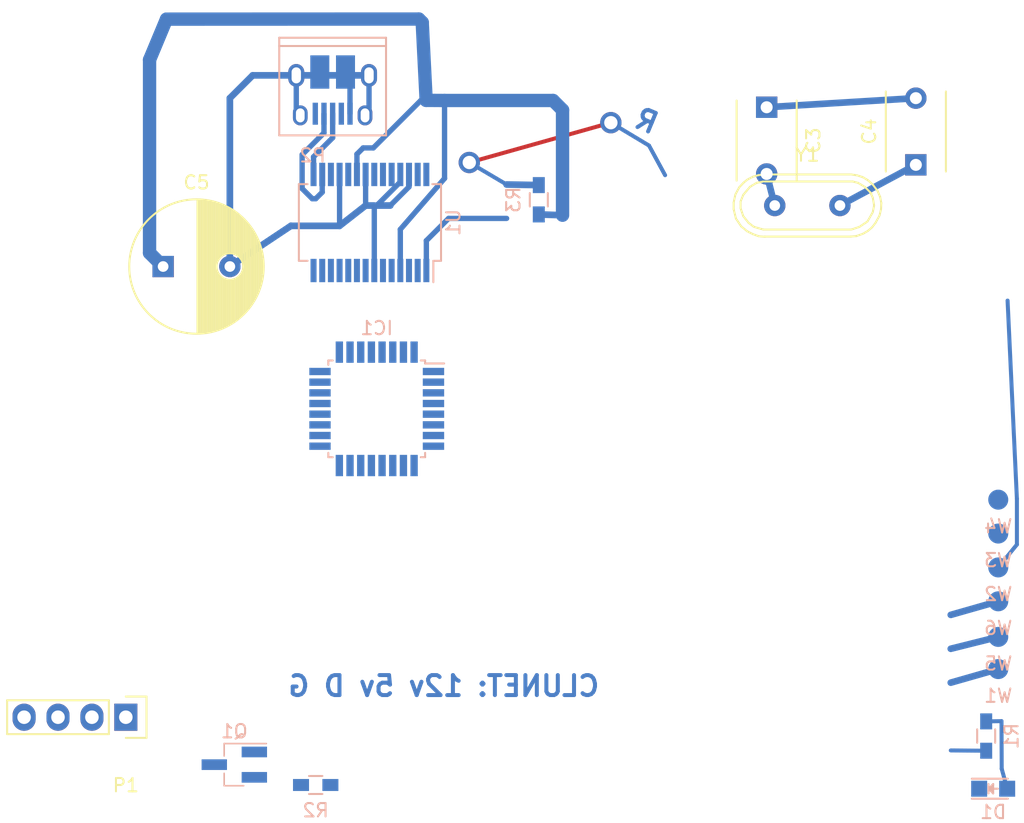
<source format=kicad_pcb>
(kicad_pcb (version 4) (host pcbnew 4.0.5+dfsg1-4)

  (general
    (links 48)
    (no_connects 28)
    (area 0 0 0 0)
    (thickness 1.6)
    (drawings 2)
    (tracks 76)
    (zones 0)
    (modules 19)
    (nets 51)
  )

  (page A4 portrait)
  (layers
    (0 F.Cu signal)
    (31 B.Cu signal)
    (32 B.Adhes user)
    (33 F.Adhes user)
    (34 B.Paste user)
    (35 F.Paste user)
    (36 B.SilkS user)
    (37 F.SilkS user)
    (38 B.Mask user)
    (39 F.Mask user)
    (40 Dwgs.User user)
    (41 Cmts.User user)
    (42 Eco1.User user)
    (43 Eco2.User user)
    (44 Edge.Cuts user)
    (45 Margin user)
    (46 B.CrtYd user)
    (47 F.CrtYd user)
    (48 B.Fab user)
    (49 F.Fab user)
  )

  (setup
    (last_trace_width 0.5)
    (user_trace_width 0.3)
    (user_trace_width 0.4)
    (user_trace_width 0.5)
    (user_trace_width 1)
    (trace_clearance 0.16)
    (zone_clearance 0.508)
    (zone_45_only no)
    (trace_min 0.3)
    (segment_width 0.2)
    (edge_width 0.1)
    (via_size 1.6)
    (via_drill 1)
    (via_min_size 1.6)
    (via_min_drill 1)
    (uvia_size 0.3)
    (uvia_drill 0.1)
    (uvias_allowed no)
    (uvia_min_size 0.2)
    (uvia_min_drill 0.1)
    (pcb_text_width 0.3)
    (pcb_text_size 1.5 1.5)
    (mod_edge_width 0.15)
    (mod_text_size 1 1)
    (mod_text_width 0.15)
    (pad_size 1.6 1.6)
    (pad_drill 0.8001)
    (pad_to_mask_clearance 0)
    (aux_axis_origin 0 0)
    (visible_elements FFFFFF7F)
    (pcbplotparams
      (layerselection 0x00030_80000001)
      (usegerberextensions false)
      (excludeedgelayer true)
      (linewidth 0.100000)
      (plotframeref false)
      (viasonmask false)
      (mode 1)
      (useauxorigin false)
      (hpglpennumber 1)
      (hpglpenspeed 20)
      (hpglpendiameter 15)
      (hpglpenoverlay 2)
      (psnegative false)
      (psa4output false)
      (plotreference true)
      (plotvalue true)
      (plotinvisibletext false)
      (padsonsilk false)
      (subtractmaskfromsilk false)
      (outputformat 1)
      (mirror false)
      (drillshape 1)
      (scaleselection 1)
      (outputdirectory ""))
  )

  (net 0 "")
  (net 1 GND)
  (net 2 VCC)
  (net 3 "Net-(IC1-Pad1)")
  (net 4 UART_RX)
  (net 5 UART_TX)
  (net 6 "Net-(IC1-Pad11)")
  (net 7 "Net-(IC1-Pad12)")
  (net 8 "Net-(IC1-Pad13)")
  (net 9 "Net-(IC1-Pad14)")
  (net 10 "Net-(IC1-Pad15)")
  (net 11 "Net-(IC1-Pad16)")
  (net 12 "Net-(IC1-Pad17)")
  (net 13 "Net-(IC1-Pad18)")
  (net 14 "Net-(IC1-Pad19)")
  (net 15 "Net-(IC1-Pad20)")
  (net 16 "Net-(IC1-Pad22)")
  (net 17 "Net-(IC1-Pad23)")
  (net 18 "Net-(IC1-Pad24)")
  (net 19 "Net-(IC1-Pad25)")
  (net 20 "Net-(IC1-Pad26)")
  (net 21 "Net-(IC1-Pad27)")
  (net 22 "Net-(IC1-Pad28)")
  (net 23 "Net-(P1-Pad1)")
  (net 24 "Net-(Q1-Pad1)")
  (net 25 "Net-(D1-Pad2)")
  (net 26 "Net-(P2-Pad2)")
  (net 27 "Net-(P2-Pad3)")
  (net 28 "Net-(P2-Pad4)")
  (net 29 "Net-(U1-Pad2)")
  (net 30 "Net-(U1-Pad3)")
  (net 31 "Net-(U1-Pad6)")
  (net 32 "Net-(U1-Pad9)")
  (net 33 "Net-(U1-Pad10)")
  (net 34 "Net-(U1-Pad11)")
  (net 35 "Net-(U1-Pad12)")
  (net 36 "Net-(U1-Pad13)")
  (net 37 "Net-(U1-Pad14)")
  (net 38 "Net-(U1-Pad17)")
  (net 39 "Net-(U1-Pad19)")
  (net 40 "Net-(U1-Pad22)")
  (net 41 "Net-(U1-Pad23)")
  (net 42 "Net-(U1-Pad27)")
  (net 43 "Net-(U1-Pad28)")
  (net 44 "Net-(IC1-Pad9)")
  (net 45 "Net-(IC1-Pad10)")
  (net 46 /Reset)
  (net 47 /Clunet_OUT)
  (net 48 /Clunet_IN)
  (net 49 /xtal1)
  (net 50 /xtal2)

  (net_class Default "Это класс цепей по умолчанию."
    (clearance 0.16)
    (trace_width 0.5)
    (via_dia 1.6)
    (via_drill 1)
    (uvia_dia 0.3)
    (uvia_drill 0.1)
    (add_net /Clunet_IN)
    (add_net /Clunet_OUT)
    (add_net /Reset)
    (add_net /xtal1)
    (add_net /xtal2)
    (add_net GND)
    (add_net "Net-(D1-Pad2)")
    (add_net "Net-(IC1-Pad1)")
    (add_net "Net-(IC1-Pad10)")
    (add_net "Net-(IC1-Pad11)")
    (add_net "Net-(IC1-Pad12)")
    (add_net "Net-(IC1-Pad13)")
    (add_net "Net-(IC1-Pad14)")
    (add_net "Net-(IC1-Pad15)")
    (add_net "Net-(IC1-Pad16)")
    (add_net "Net-(IC1-Pad17)")
    (add_net "Net-(IC1-Pad18)")
    (add_net "Net-(IC1-Pad19)")
    (add_net "Net-(IC1-Pad20)")
    (add_net "Net-(IC1-Pad22)")
    (add_net "Net-(IC1-Pad23)")
    (add_net "Net-(IC1-Pad24)")
    (add_net "Net-(IC1-Pad25)")
    (add_net "Net-(IC1-Pad26)")
    (add_net "Net-(IC1-Pad27)")
    (add_net "Net-(IC1-Pad28)")
    (add_net "Net-(IC1-Pad9)")
    (add_net "Net-(P1-Pad1)")
    (add_net "Net-(P2-Pad2)")
    (add_net "Net-(P2-Pad3)")
    (add_net "Net-(P2-Pad4)")
    (add_net "Net-(Q1-Pad1)")
    (add_net "Net-(U1-Pad10)")
    (add_net "Net-(U1-Pad11)")
    (add_net "Net-(U1-Pad12)")
    (add_net "Net-(U1-Pad13)")
    (add_net "Net-(U1-Pad14)")
    (add_net "Net-(U1-Pad17)")
    (add_net "Net-(U1-Pad19)")
    (add_net "Net-(U1-Pad2)")
    (add_net "Net-(U1-Pad22)")
    (add_net "Net-(U1-Pad23)")
    (add_net "Net-(U1-Pad27)")
    (add_net "Net-(U1-Pad28)")
    (add_net "Net-(U1-Pad3)")
    (add_net "Net-(U1-Pad6)")
    (add_net "Net-(U1-Pad9)")
    (add_net UART_RX)
    (add_net UART_TX)
    (add_net VCC)
  )

  (net_class Test ""
    (clearance 0.3)
    (trace_width 0.3)
    (via_dia 1.6)
    (via_drill 1)
    (uvia_dia 0.3)
    (uvia_drill 0.1)
  )

  (module TO_SOT_Packages_SMD:SOT-23_Handsoldering (layer B.Cu) (tedit 583F3954) (tstamp 5A579E2A)
    (at 94.742 75.692 180)
    (descr "SOT-23, Handsoldering")
    (tags SOT-23)
    (path /59B00263)
    (attr smd)
    (fp_text reference Q1 (at 0 2.5 180) (layer B.SilkS)
      (effects (font (size 1 1) (thickness 0.15)) (justify mirror))
    )
    (fp_text value BC849 (at 0 -2.5 180) (layer B.Fab)
      (effects (font (size 1 1) (thickness 0.15)) (justify mirror))
    )
    (fp_line (start 0.76 -1.58) (end 0.76 -0.65) (layer B.SilkS) (width 0.12))
    (fp_line (start 0.76 1.58) (end 0.76 0.65) (layer B.SilkS) (width 0.12))
    (fp_line (start 0.7 1.52) (end 0.7 -1.52) (layer B.Fab) (width 0.15))
    (fp_line (start -0.7 -1.52) (end 0.7 -1.52) (layer B.Fab) (width 0.15))
    (fp_line (start -2.7 1.75) (end 2.7 1.75) (layer B.CrtYd) (width 0.05))
    (fp_line (start 2.7 1.75) (end 2.7 -1.75) (layer B.CrtYd) (width 0.05))
    (fp_line (start 2.7 -1.75) (end -2.7 -1.75) (layer B.CrtYd) (width 0.05))
    (fp_line (start -2.7 -1.75) (end -2.7 1.75) (layer B.CrtYd) (width 0.05))
    (fp_line (start 0.76 1.58) (end -2.4 1.58) (layer B.SilkS) (width 0.12))
    (fp_line (start -0.7 1.52) (end 0.7 1.52) (layer B.Fab) (width 0.15))
    (fp_line (start -0.7 1.52) (end -0.7 -1.52) (layer B.Fab) (width 0.15))
    (fp_line (start 0.76 -1.58) (end -0.7 -1.58) (layer B.SilkS) (width 0.12))
    (pad 1 smd rect (at -1.5 0.95 180) (size 1.9 0.8) (layers B.Cu B.Paste B.Mask)
      (net 24 "Net-(Q1-Pad1)"))
    (pad 2 smd rect (at -1.5 -0.95 180) (size 1.9 0.8) (layers B.Cu B.Paste B.Mask)
      (net 1 GND))
    (pad 3 smd rect (at 1.5 0 180) (size 1.9 0.8) (layers B.Cu B.Paste B.Mask)
      (net 48 /Clunet_IN))
    (model TO_SOT_Packages_SMD.3dshapes/SOT-23.wrl
      (at (xyz 0 0 0))
      (scale (xyz 1 1 1))
      (rotate (xyz 0 0 90))
    )
  )

  (module Capacitors_THT:C_Disc_D6_P5 (layer F.Cu) (tedit 5A62EE0E) (tstamp 5A579D7F)
    (at 134.62 26.416 270)
    (descr "Capacitor 6mm Disc, Pitch 5mm")
    (tags Capacitor)
    (path /59B02A4C)
    (fp_text reference C3 (at 2.5 -3.5 270) (layer F.SilkS)
      (effects (font (size 1 1) (thickness 0.15)))
    )
    (fp_text value C (at 2.5 3.5 270) (layer F.Fab)
      (effects (font (size 1 1) (thickness 0.15)))
    )
    (fp_line (start -0.95 -2.5) (end 5.95 -2.5) (layer F.CrtYd) (width 0.05))
    (fp_line (start 5.95 -2.5) (end 5.95 2.5) (layer F.CrtYd) (width 0.05))
    (fp_line (start 5.95 2.5) (end -0.95 2.5) (layer F.CrtYd) (width 0.05))
    (fp_line (start -0.95 2.5) (end -0.95 -2.5) (layer F.CrtYd) (width 0.05))
    (fp_line (start -0.5 -2.25) (end 5.5 -2.25) (layer F.SilkS) (width 0.15))
    (fp_line (start 5.5 2.25) (end -0.5 2.25) (layer F.SilkS) (width 0.15))
    (pad 1 thru_hole rect (at 0 0 270) (size 1.6 1.6) (drill 0.9) (layers *.Cu *.Mask)
      (net 1 GND))
    (pad 2 thru_hole circle (at 5 0 270) (size 1.6 1.6) (drill 0.9) (layers *.Cu *.Mask)
      (net 49 /xtal1))
    (model Capacitors_ThroughHole.3dshapes/C_Disc_D6_P5.wrl
      (at (xyz 0.0984252 0 0))
      (scale (xyz 1 1 1))
      (rotate (xyz 0 0 0))
    )
  )

  (module Capacitors_THT:C_Disc_D6_P5 (layer F.Cu) (tedit 5A62EDFF) (tstamp 5A579D8B)
    (at 145.796 30.734 90)
    (descr "Capacitor 6mm Disc, Pitch 5mm")
    (tags Capacitor)
    (path /59B02B37)
    (fp_text reference C4 (at 2.5 -3.5 90) (layer F.SilkS)
      (effects (font (size 1 1) (thickness 0.15)))
    )
    (fp_text value C (at 2.5 3.5 90) (layer F.Fab)
      (effects (font (size 1 1) (thickness 0.15)))
    )
    (fp_line (start -0.95 -2.5) (end 5.95 -2.5) (layer F.CrtYd) (width 0.05))
    (fp_line (start 5.95 -2.5) (end 5.95 2.5) (layer F.CrtYd) (width 0.05))
    (fp_line (start 5.95 2.5) (end -0.95 2.5) (layer F.CrtYd) (width 0.05))
    (fp_line (start -0.95 2.5) (end -0.95 -2.5) (layer F.CrtYd) (width 0.05))
    (fp_line (start -0.5 -2.25) (end 5.5 -2.25) (layer F.SilkS) (width 0.15))
    (fp_line (start 5.5 2.25) (end -0.5 2.25) (layer F.SilkS) (width 0.15))
    (pad 1 thru_hole rect (at 0 0 90) (size 1.6 1.6) (drill 0.9) (layers *.Cu *.Mask)
      (net 50 /xtal2))
    (pad 2 thru_hole circle (at 5 0 90) (size 1.6 1.6) (drill 0.9) (layers *.Cu *.Mask)
      (net 1 GND))
    (model Capacitors_ThroughHole.3dshapes/C_Disc_D6_P5.wrl
      (at (xyz 0.0984252 0 0))
      (scale (xyz 1 1 1))
      (rotate (xyz 0 0 0))
    )
  )

  (module Capacitors_THT:C_Radial_D10_L13_P5 (layer F.Cu) (tedit 5A62D882) (tstamp 5A579DC6)
    (at 89.408 38.354)
    (descr "Radial Electrolytic Capacitor Diameter 10mm x Length 13mm, Pitch 5mm")
    (tags "Electrolytic Capacitor")
    (path /5A54FAB6)
    (fp_text reference C5 (at 2.5 -6.3) (layer F.SilkS)
      (effects (font (size 1 1) (thickness 0.15)))
    )
    (fp_text value CP (at 2.5 6.3) (layer F.Fab)
      (effects (font (size 1 1) (thickness 0.15)))
    )
    (fp_line (start 2.575 -4.999) (end 2.575 4.999) (layer F.SilkS) (width 0.15))
    (fp_line (start 2.715 -4.995) (end 2.715 4.995) (layer F.SilkS) (width 0.15))
    (fp_line (start 2.855 -4.987) (end 2.855 4.987) (layer F.SilkS) (width 0.15))
    (fp_line (start 2.995 -4.975) (end 2.995 4.975) (layer F.SilkS) (width 0.15))
    (fp_line (start 3.135 -4.96) (end 3.135 4.96) (layer F.SilkS) (width 0.15))
    (fp_line (start 3.275 -4.94) (end 3.275 4.94) (layer F.SilkS) (width 0.15))
    (fp_line (start 3.415 -4.916) (end 3.415 4.916) (layer F.SilkS) (width 0.15))
    (fp_line (start 3.555 -4.887) (end 3.555 4.887) (layer F.SilkS) (width 0.15))
    (fp_line (start 3.695 -4.855) (end 3.695 4.855) (layer F.SilkS) (width 0.15))
    (fp_line (start 3.835 -4.818) (end 3.835 4.818) (layer F.SilkS) (width 0.15))
    (fp_line (start 3.975 -4.777) (end 3.975 4.777) (layer F.SilkS) (width 0.15))
    (fp_line (start 4.115 -4.732) (end 4.115 -0.466) (layer F.SilkS) (width 0.15))
    (fp_line (start 4.115 0.466) (end 4.115 4.732) (layer F.SilkS) (width 0.15))
    (fp_line (start 4.255 -4.682) (end 4.255 -0.667) (layer F.SilkS) (width 0.15))
    (fp_line (start 4.255 0.667) (end 4.255 4.682) (layer F.SilkS) (width 0.15))
    (fp_line (start 4.395 -4.627) (end 4.395 -0.796) (layer F.SilkS) (width 0.15))
    (fp_line (start 4.395 0.796) (end 4.395 4.627) (layer F.SilkS) (width 0.15))
    (fp_line (start 4.535 -4.567) (end 4.535 -0.885) (layer F.SilkS) (width 0.15))
    (fp_line (start 4.535 0.885) (end 4.535 4.567) (layer F.SilkS) (width 0.15))
    (fp_line (start 4.675 -4.502) (end 4.675 -0.946) (layer F.SilkS) (width 0.15))
    (fp_line (start 4.675 0.946) (end 4.675 4.502) (layer F.SilkS) (width 0.15))
    (fp_line (start 4.815 -4.432) (end 4.815 -0.983) (layer F.SilkS) (width 0.15))
    (fp_line (start 4.815 0.983) (end 4.815 4.432) (layer F.SilkS) (width 0.15))
    (fp_line (start 4.955 -4.356) (end 4.955 -0.999) (layer F.SilkS) (width 0.15))
    (fp_line (start 4.955 0.999) (end 4.955 4.356) (layer F.SilkS) (width 0.15))
    (fp_line (start 5.095 -4.274) (end 5.095 -0.995) (layer F.SilkS) (width 0.15))
    (fp_line (start 5.095 0.995) (end 5.095 4.274) (layer F.SilkS) (width 0.15))
    (fp_line (start 5.235 -4.186) (end 5.235 -0.972) (layer F.SilkS) (width 0.15))
    (fp_line (start 5.235 0.972) (end 5.235 4.186) (layer F.SilkS) (width 0.15))
    (fp_line (start 5.375 -4.091) (end 5.375 -0.927) (layer F.SilkS) (width 0.15))
    (fp_line (start 5.375 0.927) (end 5.375 4.091) (layer F.SilkS) (width 0.15))
    (fp_line (start 5.515 -3.989) (end 5.515 -0.857) (layer F.SilkS) (width 0.15))
    (fp_line (start 5.515 0.857) (end 5.515 3.989) (layer F.SilkS) (width 0.15))
    (fp_line (start 5.655 -3.879) (end 5.655 -0.756) (layer F.SilkS) (width 0.15))
    (fp_line (start 5.655 0.756) (end 5.655 3.879) (layer F.SilkS) (width 0.15))
    (fp_line (start 5.795 -3.761) (end 5.795 -0.607) (layer F.SilkS) (width 0.15))
    (fp_line (start 5.795 0.607) (end 5.795 3.761) (layer F.SilkS) (width 0.15))
    (fp_line (start 5.935 -3.633) (end 5.935 -0.355) (layer F.SilkS) (width 0.15))
    (fp_line (start 5.935 0.355) (end 5.935 3.633) (layer F.SilkS) (width 0.15))
    (fp_line (start 6.075 -3.496) (end 6.075 3.496) (layer F.SilkS) (width 0.15))
    (fp_line (start 6.215 -3.346) (end 6.215 3.346) (layer F.SilkS) (width 0.15))
    (fp_line (start 6.355 -3.184) (end 6.355 3.184) (layer F.SilkS) (width 0.15))
    (fp_line (start 6.495 -3.007) (end 6.495 3.007) (layer F.SilkS) (width 0.15))
    (fp_line (start 6.635 -2.811) (end 6.635 2.811) (layer F.SilkS) (width 0.15))
    (fp_line (start 6.775 -2.593) (end 6.775 2.593) (layer F.SilkS) (width 0.15))
    (fp_line (start 6.915 -2.347) (end 6.915 2.347) (layer F.SilkS) (width 0.15))
    (fp_line (start 7.055 -2.062) (end 7.055 2.062) (layer F.SilkS) (width 0.15))
    (fp_line (start 7.195 -1.72) (end 7.195 1.72) (layer F.SilkS) (width 0.15))
    (fp_line (start 7.335 -1.274) (end 7.335 1.274) (layer F.SilkS) (width 0.15))
    (fp_line (start 7.475 -0.499) (end 7.475 0.499) (layer F.SilkS) (width 0.15))
    (fp_circle (center 5 0) (end 5 -1) (layer F.SilkS) (width 0.15))
    (fp_circle (center 2.5 0) (end 2.5 -5.0375) (layer F.SilkS) (width 0.15))
    (fp_circle (center 2.5 0) (end 2.5 -5.3) (layer F.CrtYd) (width 0.05))
    (pad 1 thru_hole rect (at 0 0) (size 1.6 1.6) (drill 0.8) (layers *.Cu *.Mask)
      (net 2 VCC))
    (pad 2 thru_hole circle (at 5 0) (size 1.6 1.6) (drill 0.8) (layers *.Cu *.Mask)
      (net 1 GND))
    (model Capacitors_ThroughHole.3dshapes/C_Radial_D10_L13_P5.wrl
      (at (xyz 0.0984252 0 0))
      (scale (xyz 1 1 1))
      (rotate (xyz 0 0 90))
    )
  )

  (module Socket_Strips:Socket_Strip_Straight_1x04 (layer F.Cu) (tedit 0) (tstamp 5A579E04)
    (at 86.614 72.136 180)
    (descr "Through hole socket strip")
    (tags "socket strip")
    (path /597DA1FA)
    (fp_text reference P1 (at 0 -5.1 180) (layer F.SilkS)
      (effects (font (size 1 1) (thickness 0.15)))
    )
    (fp_text value CONN_CLUNET (at 0 -3.1 180) (layer F.Fab)
      (effects (font (size 1 1) (thickness 0.15)))
    )
    (fp_line (start -1.75 -1.75) (end -1.75 1.75) (layer F.CrtYd) (width 0.05))
    (fp_line (start 9.4 -1.75) (end 9.4 1.75) (layer F.CrtYd) (width 0.05))
    (fp_line (start -1.75 -1.75) (end 9.4 -1.75) (layer F.CrtYd) (width 0.05))
    (fp_line (start -1.75 1.75) (end 9.4 1.75) (layer F.CrtYd) (width 0.05))
    (fp_line (start 1.27 -1.27) (end 8.89 -1.27) (layer F.SilkS) (width 0.15))
    (fp_line (start 1.27 1.27) (end 8.89 1.27) (layer F.SilkS) (width 0.15))
    (fp_line (start -1.55 1.55) (end 0 1.55) (layer F.SilkS) (width 0.15))
    (fp_line (start 8.89 -1.27) (end 8.89 1.27) (layer F.SilkS) (width 0.15))
    (fp_line (start 1.27 1.27) (end 1.27 -1.27) (layer F.SilkS) (width 0.15))
    (fp_line (start 0 -1.55) (end -1.55 -1.55) (layer F.SilkS) (width 0.15))
    (fp_line (start -1.55 -1.55) (end -1.55 1.55) (layer F.SilkS) (width 0.15))
    (pad 1 thru_hole rect (at 0 0 180) (size 1.7272 2.032) (drill 1.016) (layers *.Cu *.Mask)
      (net 23 "Net-(P1-Pad1)"))
    (pad 2 thru_hole oval (at 2.54 0 180) (size 1.7272 2.032) (drill 1.016) (layers *.Cu *.Mask)
      (net 2 VCC))
    (pad 3 thru_hole oval (at 5.08 0 180) (size 1.7272 2.032) (drill 1.016) (layers *.Cu *.Mask)
      (net 48 /Clunet_IN))
    (pad 4 thru_hole oval (at 7.62 0 180) (size 1.7272 2.032) (drill 1.016) (layers *.Cu *.Mask)
      (net 1 GND))
    (model Socket_Strips.3dshapes/Socket_Strip_Straight_1x04.wrl
      (at (xyz 0.15 0 0))
      (scale (xyz 1 1 1))
      (rotate (xyz 0 0 180))
    )
  )

  (module Resistors_SMD:R_0603_HandSoldering (layer B.Cu) (tedit 58307AEF) (tstamp 5A579E3A)
    (at 100.838 77.216)
    (descr "Resistor SMD 0603, hand soldering")
    (tags "resistor 0603")
    (path /59B00102)
    (attr smd)
    (fp_text reference R2 (at 0 1.9) (layer B.SilkS)
      (effects (font (size 1 1) (thickness 0.15)) (justify mirror))
    )
    (fp_text value 5k (at 0 -1.9) (layer B.Fab)
      (effects (font (size 1 1) (thickness 0.15)) (justify mirror))
    )
    (fp_line (start -0.8 -0.4) (end -0.8 0.4) (layer B.Fab) (width 0.1))
    (fp_line (start 0.8 -0.4) (end -0.8 -0.4) (layer B.Fab) (width 0.1))
    (fp_line (start 0.8 0.4) (end 0.8 -0.4) (layer B.Fab) (width 0.1))
    (fp_line (start -0.8 0.4) (end 0.8 0.4) (layer B.Fab) (width 0.1))
    (fp_line (start -2 0.8) (end 2 0.8) (layer B.CrtYd) (width 0.05))
    (fp_line (start -2 -0.8) (end 2 -0.8) (layer B.CrtYd) (width 0.05))
    (fp_line (start -2 0.8) (end -2 -0.8) (layer B.CrtYd) (width 0.05))
    (fp_line (start 2 0.8) (end 2 -0.8) (layer B.CrtYd) (width 0.05))
    (fp_line (start 0.5 -0.675) (end -0.5 -0.675) (layer B.SilkS) (width 0.15))
    (fp_line (start -0.5 0.675) (end 0.5 0.675) (layer B.SilkS) (width 0.15))
    (pad 1 smd rect (at -1.1 0) (size 1.2 0.9) (layers B.Cu B.Paste B.Mask)
      (net 24 "Net-(Q1-Pad1)"))
    (pad 2 smd rect (at 1.1 0) (size 1.2 0.9) (layers B.Cu B.Paste B.Mask)
      (net 47 /Clunet_OUT))
    (model Resistors_SMD.3dshapes/R_0603_HandSoldering.wrl
      (at (xyz 0 0 0))
      (scale (xyz 1 1 1))
      (rotate (xyz 0 0 0))
    )
  )

  (module Resistors_SMD:R_0603_HandSoldering (layer B.Cu) (tedit 58307AEF) (tstamp 5A579E4A)
    (at 117.5512 33.3502 270)
    (descr "Resistor SMD 0603, hand soldering")
    (tags "resistor 0603")
    (path /5A4E437A)
    (attr smd)
    (fp_text reference R3 (at 0 1.9 270) (layer B.SilkS)
      (effects (font (size 1 1) (thickness 0.15)) (justify mirror))
    )
    (fp_text value 2k2 (at 0 -1.9 270) (layer B.Fab)
      (effects (font (size 1 1) (thickness 0.15)) (justify mirror))
    )
    (fp_line (start -0.8 -0.4) (end -0.8 0.4) (layer B.Fab) (width 0.1))
    (fp_line (start 0.8 -0.4) (end -0.8 -0.4) (layer B.Fab) (width 0.1))
    (fp_line (start 0.8 0.4) (end 0.8 -0.4) (layer B.Fab) (width 0.1))
    (fp_line (start -0.8 0.4) (end 0.8 0.4) (layer B.Fab) (width 0.1))
    (fp_line (start -2 0.8) (end 2 0.8) (layer B.CrtYd) (width 0.05))
    (fp_line (start -2 -0.8) (end 2 -0.8) (layer B.CrtYd) (width 0.05))
    (fp_line (start -2 0.8) (end -2 -0.8) (layer B.CrtYd) (width 0.05))
    (fp_line (start 2 0.8) (end 2 -0.8) (layer B.CrtYd) (width 0.05))
    (fp_line (start 0.5 -0.675) (end -0.5 -0.675) (layer B.SilkS) (width 0.15))
    (fp_line (start -0.5 0.675) (end 0.5 0.675) (layer B.SilkS) (width 0.15))
    (pad 1 smd rect (at -1.1 0 270) (size 1.2 0.9) (layers B.Cu B.Paste B.Mask)
      (net 46 /Reset))
    (pad 2 smd rect (at 1.1 0 270) (size 1.2 0.9) (layers B.Cu B.Paste B.Mask)
      (net 2 VCC))
    (model Resistors_SMD.3dshapes/R_0603_HandSoldering.wrl
      (at (xyz 0 0 0))
      (scale (xyz 1 1 1))
      (rotate (xyz 0 0 0))
    )
  )

  (module Crystals:Crystal_HC49-U_Vertical (layer F.Cu) (tedit 5A62EE19) (tstamp 5A579E93)
    (at 137.668 33.782)
    (descr "Crystal Quarz HC49/U vertical stehend")
    (tags "Crystal Quarz HC49/U vertical stehend")
    (path /59B029CA)
    (fp_text reference Y1 (at 0 -3.81) (layer F.SilkS)
      (effects (font (size 1 1) (thickness 0.15)))
    )
    (fp_text value Crystal (at 0 3.81) (layer F.Fab)
      (effects (font (size 1 1) (thickness 0.15)))
    )
    (fp_line (start 4.699 -1.00076) (end 4.89966 -0.59944) (layer F.SilkS) (width 0.15))
    (fp_line (start 4.89966 -0.59944) (end 5.00126 0) (layer F.SilkS) (width 0.15))
    (fp_line (start 5.00126 0) (end 4.89966 0.50038) (layer F.SilkS) (width 0.15))
    (fp_line (start 4.89966 0.50038) (end 4.50088 1.19888) (layer F.SilkS) (width 0.15))
    (fp_line (start 4.50088 1.19888) (end 3.8989 1.6002) (layer F.SilkS) (width 0.15))
    (fp_line (start 3.8989 1.6002) (end 3.29946 1.80086) (layer F.SilkS) (width 0.15))
    (fp_line (start 3.29946 1.80086) (end -3.29946 1.80086) (layer F.SilkS) (width 0.15))
    (fp_line (start -3.29946 1.80086) (end -4.0005 1.6002) (layer F.SilkS) (width 0.15))
    (fp_line (start -4.0005 1.6002) (end -4.39928 1.30048) (layer F.SilkS) (width 0.15))
    (fp_line (start -4.39928 1.30048) (end -4.8006 0.8001) (layer F.SilkS) (width 0.15))
    (fp_line (start -4.8006 0.8001) (end -5.00126 0.20066) (layer F.SilkS) (width 0.15))
    (fp_line (start -5.00126 0.20066) (end -5.00126 -0.29972) (layer F.SilkS) (width 0.15))
    (fp_line (start -5.00126 -0.29972) (end -4.8006 -0.8001) (layer F.SilkS) (width 0.15))
    (fp_line (start -4.8006 -0.8001) (end -4.30022 -1.39954) (layer F.SilkS) (width 0.15))
    (fp_line (start -4.30022 -1.39954) (end -3.79984 -1.69926) (layer F.SilkS) (width 0.15))
    (fp_line (start -3.79984 -1.69926) (end -3.29946 -1.80086) (layer F.SilkS) (width 0.15))
    (fp_line (start -3.2004 -1.80086) (end 3.40106 -1.80086) (layer F.SilkS) (width 0.15))
    (fp_line (start 3.40106 -1.80086) (end 3.79984 -1.69926) (layer F.SilkS) (width 0.15))
    (fp_line (start 3.79984 -1.69926) (end 4.30022 -1.39954) (layer F.SilkS) (width 0.15))
    (fp_line (start 4.30022 -1.39954) (end 4.8006 -0.89916) (layer F.SilkS) (width 0.15))
    (fp_line (start -3.19024 -2.32918) (end -3.64998 -2.28092) (layer F.SilkS) (width 0.15))
    (fp_line (start -3.64998 -2.28092) (end -4.04876 -2.16916) (layer F.SilkS) (width 0.15))
    (fp_line (start -4.04876 -2.16916) (end -4.48056 -1.95072) (layer F.SilkS) (width 0.15))
    (fp_line (start -4.48056 -1.95072) (end -4.77012 -1.71958) (layer F.SilkS) (width 0.15))
    (fp_line (start -4.77012 -1.71958) (end -5.10032 -1.36906) (layer F.SilkS) (width 0.15))
    (fp_line (start -5.10032 -1.36906) (end -5.38988 -0.83058) (layer F.SilkS) (width 0.15))
    (fp_line (start -5.38988 -0.83058) (end -5.51942 -0.23114) (layer F.SilkS) (width 0.15))
    (fp_line (start -5.51942 -0.23114) (end -5.51942 0.2794) (layer F.SilkS) (width 0.15))
    (fp_line (start -5.51942 0.2794) (end -5.34924 0.98044) (layer F.SilkS) (width 0.15))
    (fp_line (start -5.34924 0.98044) (end -4.95046 1.56972) (layer F.SilkS) (width 0.15))
    (fp_line (start -4.95046 1.56972) (end -4.49072 1.94056) (layer F.SilkS) (width 0.15))
    (fp_line (start -4.49072 1.94056) (end -4.06908 2.14884) (layer F.SilkS) (width 0.15))
    (fp_line (start -4.06908 2.14884) (end -3.6195 2.30886) (layer F.SilkS) (width 0.15))
    (fp_line (start -3.6195 2.30886) (end -3.18008 2.33934) (layer F.SilkS) (width 0.15))
    (fp_line (start 4.16052 2.1209) (end 4.53898 1.89992) (layer F.SilkS) (width 0.15))
    (fp_line (start 4.53898 1.89992) (end 4.85902 1.62052) (layer F.SilkS) (width 0.15))
    (fp_line (start 4.85902 1.62052) (end 5.11048 1.29032) (layer F.SilkS) (width 0.15))
    (fp_line (start 5.11048 1.29032) (end 5.4102 0.73914) (layer F.SilkS) (width 0.15))
    (fp_line (start 5.4102 0.73914) (end 5.51942 0.26924) (layer F.SilkS) (width 0.15))
    (fp_line (start 5.51942 0.26924) (end 5.53974 -0.1905) (layer F.SilkS) (width 0.15))
    (fp_line (start 5.53974 -0.1905) (end 5.45084 -0.65024) (layer F.SilkS) (width 0.15))
    (fp_line (start 5.45084 -0.65024) (end 5.26034 -1.09982) (layer F.SilkS) (width 0.15))
    (fp_line (start 5.26034 -1.09982) (end 4.89966 -1.56972) (layer F.SilkS) (width 0.15))
    (fp_line (start 4.89966 -1.56972) (end 4.54914 -1.88976) (layer F.SilkS) (width 0.15))
    (fp_line (start 4.54914 -1.88976) (end 4.16052 -2.1209) (layer F.SilkS) (width 0.15))
    (fp_line (start 4.16052 -2.1209) (end 3.73126 -2.2606) (layer F.SilkS) (width 0.15))
    (fp_line (start 3.73126 -2.2606) (end 3.2893 -2.32918) (layer F.SilkS) (width 0.15))
    (fp_line (start -3.2004 2.32918) (end 3.2512 2.32918) (layer F.SilkS) (width 0.15))
    (fp_line (start 3.2512 2.32918) (end 3.6703 2.29108) (layer F.SilkS) (width 0.15))
    (fp_line (start 3.6703 2.29108) (end 4.16052 2.1209) (layer F.SilkS) (width 0.15))
    (fp_line (start -3.2004 -2.32918) (end 3.2512 -2.32918) (layer F.SilkS) (width 0.15))
    (pad 1 thru_hole circle (at -2.44094 0) (size 1.6 1.6) (drill 0.8001) (layers *.Cu *.Mask)
      (net 49 /xtal1))
    (pad 2 thru_hole circle (at 2.44094 0) (size 1.6 1.6) (drill 0.8001) (layers *.Cu *.Mask)
      (net 50 /xtal2))
  )

  (module Measurement_Points:Measurement_Point_Round-SMD-Pad_Small (layer B.Cu) (tedit 56C35ED0) (tstamp 5A591B70)
    (at 151.9682 68.5292)
    (descr "Mesurement Point, Round, SMD Pad, DM 1.5mm,")
    (tags "Mesurement Point Round SMD Pad 1.5mm")
    (path /5A591DD5)
    (attr virtual)
    (fp_text reference W1 (at 0 2) (layer B.SilkS)
      (effects (font (size 1 1) (thickness 0.15)) (justify mirror))
    )
    (fp_text value MOSI (at 0 -2) (layer B.Fab)
      (effects (font (size 1 1) (thickness 0.15)) (justify mirror))
    )
    (fp_circle (center 0 0) (end 1 0) (layer B.CrtYd) (width 0.05))
    (pad 1 smd circle (at 0 0) (size 1.5 1.5) (layers B.Cu B.Mask)
      (net 10 "Net-(IC1-Pad15)"))
  )

  (module Measurement_Points:Measurement_Point_Round-SMD-Pad_Small (layer B.Cu) (tedit 56C35ED0) (tstamp 5A591C4A)
    (at 151.9682 60.9092)
    (descr "Mesurement Point, Round, SMD Pad, DM 1.5mm,")
    (tags "Mesurement Point Round SMD Pad 1.5mm")
    (path /5A591F14)
    (attr virtual)
    (fp_text reference W2 (at 0 2) (layer B.SilkS)
      (effects (font (size 1 1) (thickness 0.15)) (justify mirror))
    )
    (fp_text value RST (at 0 -2) (layer B.Fab)
      (effects (font (size 1 1) (thickness 0.15)) (justify mirror))
    )
    (fp_circle (center 0 0) (end 1 0) (layer B.CrtYd) (width 0.05))
    (pad 1 smd circle (at 0 0) (size 1.5 1.5) (layers B.Cu B.Mask)
      (net 46 /Reset))
  )

  (module Measurement_Points:Measurement_Point_Round-SMD-Pad_Small (layer B.Cu) (tedit 56C35ED0) (tstamp 5A591C50)
    (at 151.9682 58.3692)
    (descr "Mesurement Point, Round, SMD Pad, DM 1.5mm,")
    (tags "Mesurement Point Round SMD Pad 1.5mm")
    (path /5A5920F7)
    (attr virtual)
    (fp_text reference W3 (at 0 2) (layer B.SilkS)
      (effects (font (size 1 1) (thickness 0.15)) (justify mirror))
    )
    (fp_text value VCC (at 0 -2) (layer B.Fab)
      (effects (font (size 1 1) (thickness 0.15)) (justify mirror))
    )
    (fp_circle (center 0 0) (end 1 0) (layer B.CrtYd) (width 0.05))
    (pad 1 smd circle (at 0 0) (size 1.5 1.5) (layers B.Cu B.Mask)
      (net 2 VCC))
  )

  (module Measurement_Points:Measurement_Point_Round-SMD-Pad_Small (layer B.Cu) (tedit 56C35ED0) (tstamp 5A591C56)
    (at 151.9682 55.8292)
    (descr "Mesurement Point, Round, SMD Pad, DM 1.5mm,")
    (tags "Mesurement Point Round SMD Pad 1.5mm")
    (path /5A5921B8)
    (attr virtual)
    (fp_text reference W4 (at 0 2) (layer B.SilkS)
      (effects (font (size 1 1) (thickness 0.15)) (justify mirror))
    )
    (fp_text value GND (at 0 -2) (layer B.Fab)
      (effects (font (size 1 1) (thickness 0.15)) (justify mirror))
    )
    (fp_circle (center 0 0) (end 1 0) (layer B.CrtYd) (width 0.05))
    (pad 1 smd circle (at 0 0) (size 1.5 1.5) (layers B.Cu B.Mask)
      (net 1 GND))
  )

  (module Measurement_Points:Measurement_Point_Round-SMD-Pad_Small (layer B.Cu) (tedit 56C35ED0) (tstamp 5A591C5C)
    (at 151.9682 66.1162)
    (descr "Mesurement Point, Round, SMD Pad, DM 1.5mm,")
    (tags "Mesurement Point Round SMD Pad 1.5mm")
    (path /5A591D37)
    (attr virtual)
    (fp_text reference W5 (at 0 2) (layer B.SilkS)
      (effects (font (size 1 1) (thickness 0.15)) (justify mirror))
    )
    (fp_text value MISO (at 0 -2) (layer B.Fab)
      (effects (font (size 1 1) (thickness 0.15)) (justify mirror))
    )
    (fp_circle (center 0 0) (end 1 0) (layer B.CrtYd) (width 0.05))
    (pad 1 smd circle (at 0 0) (size 1.5 1.5) (layers B.Cu B.Mask)
      (net 11 "Net-(IC1-Pad16)"))
  )

  (module Measurement_Points:Measurement_Point_Round-SMD-Pad_Small (layer B.Cu) (tedit 56C35ED0) (tstamp 5A591C62)
    (at 151.9682 63.4492)
    (descr "Mesurement Point, Round, SMD Pad, DM 1.5mm,")
    (tags "Mesurement Point Round SMD Pad 1.5mm")
    (path /5A591E2D)
    (attr virtual)
    (fp_text reference W6 (at 0 2) (layer B.SilkS)
      (effects (font (size 1 1) (thickness 0.15)) (justify mirror))
    )
    (fp_text value SCK (at 0 -2) (layer B.Fab)
      (effects (font (size 1 1) (thickness 0.15)) (justify mirror))
    )
    (fp_circle (center 0 0) (end 1 0) (layer B.CrtYd) (width 0.05))
    (pad 1 smd circle (at 0 0) (size 1.5 1.5) (layers B.Cu B.Mask)
      (net 12 "Net-(IC1-Pad17)"))
  )

  (module LEDs:LED_0805 (layer B.Cu) (tedit 55BDE1C2) (tstamp 5A5E3695)
    (at 151.5872 77.4954)
    (descr "LED 0805 smd package")
    (tags "LED 0805 SMD")
    (path /5A5E409F)
    (attr smd)
    (fp_text reference D1 (at 0 1.75) (layer B.SilkS)
      (effects (font (size 1 1) (thickness 0.15)) (justify mirror))
    )
    (fp_text value LED (at 0 -1.75) (layer B.Fab)
      (effects (font (size 1 1) (thickness 0.15)) (justify mirror))
    )
    (fp_line (start -0.4 0.3) (end -0.4 -0.3) (layer B.Fab) (width 0.15))
    (fp_line (start -0.3 0) (end 0 0.3) (layer B.Fab) (width 0.15))
    (fp_line (start 0 -0.3) (end -0.3 0) (layer B.Fab) (width 0.15))
    (fp_line (start 0 0.3) (end 0 -0.3) (layer B.Fab) (width 0.15))
    (fp_line (start 1 0.6) (end -1 0.6) (layer B.Fab) (width 0.15))
    (fp_line (start 1 -0.6) (end 1 0.6) (layer B.Fab) (width 0.15))
    (fp_line (start -1 -0.6) (end 1 -0.6) (layer B.Fab) (width 0.15))
    (fp_line (start -1 0.6) (end -1 -0.6) (layer B.Fab) (width 0.15))
    (fp_line (start -1.6 -0.75) (end 1.1 -0.75) (layer B.SilkS) (width 0.15))
    (fp_line (start -1.6 0.75) (end 1.1 0.75) (layer B.SilkS) (width 0.15))
    (fp_line (start -0.1 -0.15) (end -0.1 0.1) (layer B.SilkS) (width 0.15))
    (fp_line (start -0.1 0.1) (end -0.25 -0.05) (layer B.SilkS) (width 0.15))
    (fp_line (start -0.35 0.35) (end -0.35 -0.35) (layer B.SilkS) (width 0.15))
    (fp_line (start 0 0) (end 0.35 0) (layer B.SilkS) (width 0.15))
    (fp_line (start -0.35 0) (end 0 0.35) (layer B.SilkS) (width 0.15))
    (fp_line (start 0 0.35) (end 0 -0.35) (layer B.SilkS) (width 0.15))
    (fp_line (start 0 -0.35) (end -0.35 0) (layer B.SilkS) (width 0.15))
    (fp_line (start 1.9 0.95) (end 1.9 -0.95) (layer B.CrtYd) (width 0.05))
    (fp_line (start 1.9 -0.95) (end -1.9 -0.95) (layer B.CrtYd) (width 0.05))
    (fp_line (start -1.9 -0.95) (end -1.9 0.95) (layer B.CrtYd) (width 0.05))
    (fp_line (start -1.9 0.95) (end 1.9 0.95) (layer B.CrtYd) (width 0.05))
    (pad 2 smd rect (at 1.04902 0 180) (size 1.19888 1.19888) (layers B.Cu B.Paste B.Mask)
      (net 25 "Net-(D1-Pad2)"))
    (pad 1 smd rect (at -1.04902 0 180) (size 1.19888 1.19888) (layers B.Cu B.Paste B.Mask)
      (net 1 GND))
    (model LEDs.3dshapes/LED_0805.wrl
      (at (xyz 0 0 0))
      (scale (xyz 1 1 1))
      (rotate (xyz 0 0 0))
    )
  )

  (module Resistors_SMD:R_0603_HandSoldering (layer B.Cu) (tedit 58307AEF) (tstamp 5A5E36A5)
    (at 151.06396 73.54824 90)
    (descr "Resistor SMD 0603, hand soldering")
    (tags "resistor 0603")
    (path /5A5E3C3B)
    (attr smd)
    (fp_text reference R1 (at 0 1.9 90) (layer B.SilkS)
      (effects (font (size 1 1) (thickness 0.15)) (justify mirror))
    )
    (fp_text value 470 (at 0 -1.9 90) (layer B.Fab)
      (effects (font (size 1 1) (thickness 0.15)) (justify mirror))
    )
    (fp_line (start -0.8 -0.4) (end -0.8 0.4) (layer B.Fab) (width 0.1))
    (fp_line (start 0.8 -0.4) (end -0.8 -0.4) (layer B.Fab) (width 0.1))
    (fp_line (start 0.8 0.4) (end 0.8 -0.4) (layer B.Fab) (width 0.1))
    (fp_line (start -0.8 0.4) (end 0.8 0.4) (layer B.Fab) (width 0.1))
    (fp_line (start -2 0.8) (end 2 0.8) (layer B.CrtYd) (width 0.05))
    (fp_line (start -2 -0.8) (end 2 -0.8) (layer B.CrtYd) (width 0.05))
    (fp_line (start -2 0.8) (end -2 -0.8) (layer B.CrtYd) (width 0.05))
    (fp_line (start 2 0.8) (end 2 -0.8) (layer B.CrtYd) (width 0.05))
    (fp_line (start 0.5 -0.675) (end -0.5 -0.675) (layer B.SilkS) (width 0.15))
    (fp_line (start -0.5 0.675) (end 0.5 0.675) (layer B.SilkS) (width 0.15))
    (pad 1 smd rect (at -1.1 0 90) (size 1.2 0.9) (layers B.Cu B.Paste B.Mask)
      (net 8 "Net-(IC1-Pad13)"))
    (pad 2 smd rect (at 1.1 0 90) (size 1.2 0.9) (layers B.Cu B.Paste B.Mask)
      (net 25 "Net-(D1-Pad2)"))
    (model Resistors_SMD.3dshapes/R_0603_HandSoldering.wrl
      (at (xyz 0 0 0))
      (scale (xyz 1 1 1))
      (rotate (xyz 0 0 0))
    )
  )

  (module Housings_SSOP:SSOP-28_5.3x10.2mm_Pitch0.65mm (layer B.Cu) (tedit 54130A77) (tstamp 5D22AB78)
    (at 104.902 35.052 90)
    (descr "28-Lead Plastic Shrink Small Outline (SS)-5.30 mm Body [SSOP] (see Microchip Packaging Specification 00000049BS.pdf)")
    (tags "SSOP 0.65")
    (path /5D07D227)
    (attr smd)
    (fp_text reference U1 (at 0 6.25 90) (layer B.SilkS)
      (effects (font (size 1 1) (thickness 0.15)) (justify mirror))
    )
    (fp_text value FT232RL (at 0 -6.25 90) (layer B.Fab)
      (effects (font (size 1 1) (thickness 0.15)) (justify mirror))
    )
    (fp_line (start -1.65 5.1) (end 2.65 5.1) (layer B.Fab) (width 0.15))
    (fp_line (start 2.65 5.1) (end 2.65 -5.1) (layer B.Fab) (width 0.15))
    (fp_line (start 2.65 -5.1) (end -2.65 -5.1) (layer B.Fab) (width 0.15))
    (fp_line (start -2.65 -5.1) (end -2.65 4.1) (layer B.Fab) (width 0.15))
    (fp_line (start -2.65 4.1) (end -1.65 5.1) (layer B.Fab) (width 0.15))
    (fp_line (start -4.75 5.5) (end -4.75 -5.5) (layer B.CrtYd) (width 0.05))
    (fp_line (start 4.75 5.5) (end 4.75 -5.5) (layer B.CrtYd) (width 0.05))
    (fp_line (start -4.75 5.5) (end 4.75 5.5) (layer B.CrtYd) (width 0.05))
    (fp_line (start -4.75 -5.5) (end 4.75 -5.5) (layer B.CrtYd) (width 0.05))
    (fp_line (start -2.875 5.325) (end -2.875 4.75) (layer B.SilkS) (width 0.15))
    (fp_line (start 2.875 5.325) (end 2.875 4.675) (layer B.SilkS) (width 0.15))
    (fp_line (start 2.875 -5.325) (end 2.875 -4.675) (layer B.SilkS) (width 0.15))
    (fp_line (start -2.875 -5.325) (end -2.875 -4.675) (layer B.SilkS) (width 0.15))
    (fp_line (start -2.875 5.325) (end 2.875 5.325) (layer B.SilkS) (width 0.15))
    (fp_line (start -2.875 -5.325) (end 2.875 -5.325) (layer B.SilkS) (width 0.15))
    (fp_line (start -2.875 4.75) (end -4.475 4.75) (layer B.SilkS) (width 0.15))
    (pad 1 smd rect (at -3.6 4.225 90) (size 1.75 0.45) (layers B.Cu B.Paste B.Mask)
      (net 4 UART_RX))
    (pad 2 smd rect (at -3.6 3.575 90) (size 1.75 0.45) (layers B.Cu B.Paste B.Mask)
      (net 29 "Net-(U1-Pad2)"))
    (pad 3 smd rect (at -3.6 2.925 90) (size 1.75 0.45) (layers B.Cu B.Paste B.Mask)
      (net 30 "Net-(U1-Pad3)"))
    (pad 4 smd rect (at -3.6 2.275 90) (size 1.75 0.45) (layers B.Cu B.Paste B.Mask)
      (net 2 VCC))
    (pad 5 smd rect (at -3.6 1.625 90) (size 1.75 0.45) (layers B.Cu B.Paste B.Mask)
      (net 5 UART_TX))
    (pad 6 smd rect (at -3.6 0.975 90) (size 1.75 0.45) (layers B.Cu B.Paste B.Mask)
      (net 31 "Net-(U1-Pad6)"))
    (pad 7 smd rect (at -3.6 0.325 90) (size 1.75 0.45) (layers B.Cu B.Paste B.Mask)
      (net 1 GND))
    (pad 8 smd rect (at -3.6 -0.325 90) (size 1.75 0.45) (layers B.Cu B.Paste B.Mask))
    (pad 9 smd rect (at -3.6 -0.975 90) (size 1.75 0.45) (layers B.Cu B.Paste B.Mask)
      (net 32 "Net-(U1-Pad9)"))
    (pad 10 smd rect (at -3.6 -1.625 90) (size 1.75 0.45) (layers B.Cu B.Paste B.Mask)
      (net 33 "Net-(U1-Pad10)"))
    (pad 11 smd rect (at -3.6 -2.275 90) (size 1.75 0.45) (layers B.Cu B.Paste B.Mask)
      (net 34 "Net-(U1-Pad11)"))
    (pad 12 smd rect (at -3.6 -2.925 90) (size 1.75 0.45) (layers B.Cu B.Paste B.Mask)
      (net 35 "Net-(U1-Pad12)"))
    (pad 13 smd rect (at -3.6 -3.575 90) (size 1.75 0.45) (layers B.Cu B.Paste B.Mask)
      (net 36 "Net-(U1-Pad13)"))
    (pad 14 smd rect (at -3.6 -4.225 90) (size 1.75 0.45) (layers B.Cu B.Paste B.Mask)
      (net 37 "Net-(U1-Pad14)"))
    (pad 15 smd rect (at 3.6 -4.225 90) (size 1.75 0.45) (layers B.Cu B.Paste B.Mask)
      (net 27 "Net-(P2-Pad3)"))
    (pad 16 smd rect (at 3.6 -3.575 90) (size 1.75 0.45) (layers B.Cu B.Paste B.Mask)
      (net 26 "Net-(P2-Pad2)"))
    (pad 17 smd rect (at 3.6 -2.925 90) (size 1.75 0.45) (layers B.Cu B.Paste B.Mask)
      (net 38 "Net-(U1-Pad17)"))
    (pad 18 smd rect (at 3.6 -2.275 90) (size 1.75 0.45) (layers B.Cu B.Paste B.Mask)
      (net 1 GND))
    (pad 19 smd rect (at 3.6 -1.625 90) (size 1.75 0.45) (layers B.Cu B.Paste B.Mask)
      (net 39 "Net-(U1-Pad19)"))
    (pad 20 smd rect (at 3.6 -0.975 90) (size 1.75 0.45) (layers B.Cu B.Paste B.Mask)
      (net 2 VCC))
    (pad 21 smd rect (at 3.6 -0.325 90) (size 1.75 0.45) (layers B.Cu B.Paste B.Mask)
      (net 1 GND))
    (pad 22 smd rect (at 3.6 0.325 90) (size 1.75 0.45) (layers B.Cu B.Paste B.Mask)
      (net 40 "Net-(U1-Pad22)"))
    (pad 23 smd rect (at 3.6 0.975 90) (size 1.75 0.45) (layers B.Cu B.Paste B.Mask)
      (net 41 "Net-(U1-Pad23)"))
    (pad 24 smd rect (at 3.6 1.625 90) (size 1.75 0.45) (layers B.Cu B.Paste B.Mask))
    (pad 25 smd rect (at 3.6 2.275 90) (size 1.75 0.45) (layers B.Cu B.Paste B.Mask)
      (net 1 GND))
    (pad 26 smd rect (at 3.6 2.925 90) (size 1.75 0.45) (layers B.Cu B.Paste B.Mask)
      (net 1 GND))
    (pad 27 smd rect (at 3.6 3.575 90) (size 1.75 0.45) (layers B.Cu B.Paste B.Mask)
      (net 42 "Net-(U1-Pad27)"))
    (pad 28 smd rect (at 3.6 4.225 90) (size 1.75 0.45) (layers B.Cu B.Paste B.Mask)
      (net 43 "Net-(U1-Pad28)"))
    (model Housings_SSOP.3dshapes/SSOP-28_5.3x10.2mm_Pitch0.65mm.wrl
      (at (xyz 0 0 0))
      (scale (xyz 1 1 1))
      (rotate (xyz 0 0 0))
    )
  )

  (module Connectors:USB_Micro-B_10103594-0001LF (layer B.Cu) (tedit 560290CC) (tstamp 5D22CA2A)
    (at 102.108 25.4)
    (descr "Micro USB Type B 10103594-0001LF")
    (tags "USB USB_B USB_micro USB_OTG")
    (path /5D150547)
    (attr smd)
    (fp_text reference P2 (at -1.5 4.625) (layer B.SilkS)
      (effects (font (size 1 1) (thickness 0.15)) (justify mirror))
    )
    (fp_text value USB_OTG (at 0 -6.175) (layer B.Fab)
      (effects (font (size 1 1) (thickness 0.15)) (justify mirror))
    )
    (fp_line (start -4.25 3.4) (end 4.25 3.4) (layer B.CrtYd) (width 0.05))
    (fp_line (start 4.25 3.4) (end 4.25 -4.45) (layer B.CrtYd) (width 0.05))
    (fp_line (start 4.25 -4.45) (end -4.25 -4.45) (layer B.CrtYd) (width 0.05))
    (fp_line (start -4.25 -4.45) (end -4.25 3.4) (layer B.CrtYd) (width 0.05))
    (fp_line (start -4 -4.195) (end 4 -4.195) (layer B.SilkS) (width 0.15))
    (fp_line (start -4 3.125) (end 4 3.125) (layer B.SilkS) (width 0.15))
    (fp_line (start 4 3.125) (end 4 -4.195) (layer B.SilkS) (width 0.15))
    (fp_line (start 4 -3.575) (end -4 -3.575) (layer B.SilkS) (width 0.15))
    (fp_line (start -4 -4.195) (end -4 3.125) (layer B.SilkS) (width 0.15))
    (pad 1 smd rect (at -1.3 1.5 270) (size 1.65 0.4) (layers B.Cu B.Paste B.Mask)
      (net 2 VCC))
    (pad 2 smd rect (at -0.65 1.5 270) (size 1.65 0.4) (layers B.Cu B.Paste B.Mask)
      (net 26 "Net-(P2-Pad2)"))
    (pad 3 smd rect (at -0.0009 1.5 270) (size 1.65 0.4) (layers B.Cu B.Paste B.Mask)
      (net 27 "Net-(P2-Pad3)"))
    (pad 4 smd rect (at 0.65 1.5 270) (size 1.65 0.4) (layers B.Cu B.Paste B.Mask)
      (net 28 "Net-(P2-Pad4)"))
    (pad 5 smd rect (at 1.3 1.5 270) (size 1.65 0.4) (layers B.Cu B.Paste B.Mask)
      (net 1 GND))
    (pad 6 thru_hole oval (at -2.425 1.625 270) (size 1.5 1.1) (drill oval 1.05 0.65) (layers *.Cu *.Mask)
      (net 1 GND))
    (pad 6 thru_hole oval (at 2.425 1.625 270) (size 1.5 1.1) (drill oval 1.05 0.65) (layers *.Cu *.Mask)
      (net 1 GND))
    (pad 6 thru_hole oval (at -2.725 -1.375 270) (size 1.7 1.2) (drill oval 1.2 0.7) (layers *.Cu *.Mask)
      (net 1 GND))
    (pad 6 thru_hole oval (at 2.725 -1.375 270) (size 1.7 1.2) (drill oval 1.2 0.7) (layers *.Cu *.Mask)
      (net 1 GND))
    (pad 6 smd rect (at -0.9625 -1.625 270) (size 2.5 1.425) (layers B.Cu B.Paste B.Mask)
      (net 1 GND))
    (pad 6 smd rect (at 0.9625 -1.625 270) (size 2.5 1.425) (layers B.Cu B.Paste B.Mask)
      (net 1 GND))
  )

  (module Housings_QFP:TQFP-32_7x7mm_Pitch0.8mm (layer B.Cu) (tedit 5D22BBF3) (tstamp 5D22BCFB)
    (at 105.41 49.022 180)
    (descr "32-Lead Plastic Thin Quad Flatpack (PT) - 7x7x1.0 mm Body, 2.00 mm [TQFP] (see Microchip Packaging Specification 00000049BS.pdf)")
    (tags "QFP 0.8")
    (path /597D8F2F)
    (attr smd)
    (fp_text reference IC1 (at 0 6.05 180) (layer B.SilkS)
      (effects (font (size 1 1) (thickness 0.15)) (justify mirror))
    )
    (fp_text value ATMEGA8A-P (at 0 -6.05 180) (layer B.Fab)
      (effects (font (size 1 1) (thickness 0.15)) (justify mirror))
    )
    (fp_text user %R (at 0 0 360) (layer B.Fab)
      (effects (font (size 1 1) (thickness 0.15)) (justify mirror))
    )
    (fp_line (start -2.5 3.5) (end 3.5 3.5) (layer B.Fab) (width 0.15))
    (fp_line (start 3.5 3.5) (end 3.5 -3.5) (layer B.Fab) (width 0.15))
    (fp_line (start 3.5 -3.5) (end -3.5 -3.5) (layer B.Fab) (width 0.15))
    (fp_line (start -3.5 -3.5) (end -3.5 2.5) (layer B.Fab) (width 0.15))
    (fp_line (start -3.5 2.5) (end -2.5 3.5) (layer B.Fab) (width 0.15))
    (fp_line (start -5.3 5.3) (end -5.3 -5.3) (layer B.CrtYd) (width 0.05))
    (fp_line (start 5.3 5.3) (end 5.3 -5.3) (layer B.CrtYd) (width 0.05))
    (fp_line (start -5.3 5.3) (end 5.3 5.3) (layer B.CrtYd) (width 0.05))
    (fp_line (start -5.3 -5.3) (end 5.3 -5.3) (layer B.CrtYd) (width 0.05))
    (fp_line (start -3.625 3.625) (end -3.625 3.4) (layer B.SilkS) (width 0.15))
    (fp_line (start 3.625 3.625) (end 3.625 3.3) (layer B.SilkS) (width 0.15))
    (fp_line (start 3.625 -3.625) (end 3.625 -3.3) (layer B.SilkS) (width 0.15))
    (fp_line (start -3.625 -3.625) (end -3.625 -3.3) (layer B.SilkS) (width 0.15))
    (fp_line (start -3.625 3.625) (end -3.3 3.625) (layer B.SilkS) (width 0.15))
    (fp_line (start -3.625 -3.625) (end -3.3 -3.625) (layer B.SilkS) (width 0.15))
    (fp_line (start 3.625 -3.625) (end 3.3 -3.625) (layer B.SilkS) (width 0.15))
    (fp_line (start 3.625 3.625) (end 3.3 3.625) (layer B.SilkS) (width 0.15))
    (fp_line (start -3.625 3.4) (end -5.05 3.4) (layer B.SilkS) (width 0.15))
    (pad 1 smd rect (at -4.25 2.8 180) (size 1.6 0.55) (layers B.Cu B.Paste B.Mask)
      (net 3 "Net-(IC1-Pad1)"))
    (pad 2 smd rect (at -4.25 2 180) (size 1.6 0.55) (layers B.Cu B.Paste B.Mask)
      (net 47 /Clunet_OUT))
    (pad 3 smd rect (at -4.25 1.2 180) (size 1.6 0.55) (layers B.Cu B.Paste B.Mask)
      (net 1 GND))
    (pad 4 smd rect (at -4.25 0.4 180) (size 1.6 0.55) (layers B.Cu B.Paste B.Mask)
      (net 2 VCC))
    (pad 5 smd rect (at -4.25 -0.4 180) (size 1.6 0.55) (layers B.Cu B.Paste B.Mask)
      (net 1 GND))
    (pad 6 smd rect (at -4.25 -1.2 180) (size 1.6 0.55) (layers B.Cu B.Paste B.Mask)
      (net 2 VCC))
    (pad 7 smd rect (at -4.25 -2 180) (size 1.6 0.55) (layers B.Cu B.Paste B.Mask)
      (net 49 /xtal1))
    (pad 8 smd rect (at -4.25 -2.8 180) (size 1.6 0.55) (layers B.Cu B.Paste B.Mask)
      (net 50 /xtal2))
    (pad 9 smd rect (at -2.8 -4.25 90) (size 1.6 0.55) (layers B.Cu B.Paste B.Mask)
      (net 44 "Net-(IC1-Pad9)"))
    (pad 10 smd rect (at -2 -4.25 90) (size 1.6 0.55) (layers B.Cu B.Paste B.Mask)
      (net 45 "Net-(IC1-Pad10)"))
    (pad 11 smd rect (at -1.2 -4.25 90) (size 1.6 0.55) (layers B.Cu B.Paste B.Mask)
      (net 6 "Net-(IC1-Pad11)"))
    (pad 12 smd rect (at -0.4 -4.25 90) (size 1.6 0.55) (layers B.Cu B.Paste B.Mask)
      (net 7 "Net-(IC1-Pad12)"))
    (pad 13 smd rect (at 0.4 -4.25 90) (size 1.6 0.55) (layers B.Cu B.Paste B.Mask)
      (net 8 "Net-(IC1-Pad13)"))
    (pad 14 smd rect (at 1.2 -4.25 90) (size 1.6 0.55) (layers B.Cu B.Paste B.Mask)
      (net 9 "Net-(IC1-Pad14)"))
    (pad 15 smd rect (at 2 -4.25 90) (size 1.6 0.55) (layers B.Cu B.Paste B.Mask)
      (net 10 "Net-(IC1-Pad15)"))
    (pad 16 smd rect (at 2.8 -4.25 90) (size 1.6 0.55) (layers B.Cu B.Paste B.Mask)
      (net 11 "Net-(IC1-Pad16)"))
    (pad 17 smd rect (at 4.25 -2.8 180) (size 1.6 0.55) (layers B.Cu B.Paste B.Mask)
      (net 12 "Net-(IC1-Pad17)"))
    (pad 18 smd rect (at 4.25 -2 180) (size 1.6 0.55) (layers B.Cu B.Paste B.Mask)
      (net 13 "Net-(IC1-Pad18)"))
    (pad 19 smd rect (at 4.25 -1.2 180) (size 1.6 0.55) (layers B.Cu B.Paste B.Mask)
      (net 14 "Net-(IC1-Pad19)"))
    (pad 20 smd rect (at 4.25 -0.4 180) (size 1.6 0.55) (layers B.Cu B.Paste B.Mask)
      (net 15 "Net-(IC1-Pad20)"))
    (pad 21 smd rect (at 4.25 0.4 180) (size 1.6 0.55) (layers B.Cu B.Paste B.Mask)
      (net 1 GND))
    (pad 22 smd rect (at 4.25 1.2 180) (size 1.6 0.55) (layers B.Cu B.Paste B.Mask)
      (net 16 "Net-(IC1-Pad22)"))
    (pad 23 smd rect (at 4.25 2 180) (size 1.6 0.55) (layers B.Cu B.Paste B.Mask)
      (net 17 "Net-(IC1-Pad23)"))
    (pad 24 smd rect (at 4.25 2.8 180) (size 1.6 0.55) (layers B.Cu B.Paste B.Mask)
      (net 18 "Net-(IC1-Pad24)"))
    (pad 25 smd rect (at 2.8 4.25 90) (size 1.6 0.55) (layers B.Cu B.Paste B.Mask)
      (net 19 "Net-(IC1-Pad25)"))
    (pad 26 smd rect (at 2 4.25 90) (size 1.6 0.55) (layers B.Cu B.Paste B.Mask)
      (net 20 "Net-(IC1-Pad26)"))
    (pad 27 smd rect (at 1.2 4.25 90) (size 1.6 0.55) (layers B.Cu B.Paste B.Mask)
      (net 21 "Net-(IC1-Pad27)"))
    (pad 28 smd rect (at 0.4 4.25 90) (size 1.6 0.55) (layers B.Cu B.Paste B.Mask)
      (net 22 "Net-(IC1-Pad28)"))
    (pad 29 smd rect (at -0.4 4.25 90) (size 1.6 0.55) (layers B.Cu B.Paste B.Mask)
      (net 46 /Reset))
    (pad 30 smd rect (at -1.2 4.25 90) (size 1.6 0.55) (layers B.Cu B.Paste B.Mask)
      (net 4 UART_RX))
    (pad 31 smd rect (at -2 4.25 90) (size 1.6 0.55) (layers B.Cu B.Paste B.Mask)
      (net 5 UART_TX))
    (pad 32 smd rect (at -2.8 4.25 90) (size 1.6 0.55) (layers B.Cu B.Paste B.Mask)
      (net 48 /Clunet_IN))
    (model Housings_QFP.3dshapes/TQFP-32_7x7mm_Pitch0.8mm.wrl
      (at (xyz 0 0 0))
      (scale (xyz 1 1 1))
      (rotate (xyz 0 0 0))
    )
  )

  (gr_text R (at 125.63348 27.45232 337.5) (layer B.Cu)
    (effects (font (size 1.5 1.5) (thickness 0.3)) (justify mirror))
  )
  (gr_text "CLUNET: 12v 5v D G" (at 110.4392 69.7992) (layer B.Cu)
    (effects (font (size 1.5 1.5) (thickness 0.3)) (justify mirror))
  )

  (segment (start 104.833 24.025) (end 104.833 26.725) (width 0.4) (layer B.Cu) (net 1))
  (segment (start 104.833 26.725) (end 104.533 27.025) (width 0.4) (layer B.Cu) (net 1) (tstamp 5D223288))
  (segment (start 99.383 24.025) (end 99.383 26.725) (width 0.4) (layer B.Cu) (net 1))
  (segment (start 99.383 26.725) (end 99.683 27.025) (width 0.5) (layer B.Cu) (net 1) (tstamp 5D223273))
  (segment (start 94.408 38.354) (end 94.408 25.734) (width 0.5) (layer B.Cu) (net 1) (status 10))
  (segment (start 96.117 24.025) (end 99.383 24.025) (width 0.5) (layer B.Cu) (net 1) (tstamp 5D22325C))
  (segment (start 94.408 25.734) (end 96.117 24.025) (width 0.5) (layer B.Cu) (net 1) (tstamp 5D223254))
  (segment (start 103.408 26.9) (end 103.408 24.1125) (width 0.4) (layer B.Cu) (net 1))
  (segment (start 103.408 24.1125) (end 103.0705 23.775) (width 0.5) (layer B.Cu) (net 1) (tstamp 5D22CB11))
  (segment (start 99.383 24.025) (end 102.8205 24.025) (width 0.5) (layer B.Cu) (net 1))
  (segment (start 102.8205 24.025) (end 104.833 24.025) (width 0.5) (layer B.Cu) (net 1) (tstamp 5D22CB0E))
  (segment (start 107.177 31.452) (end 107.177 32.015) (width 0.4) (layer B.Cu) (net 1) (status 10))
  (segment (start 107.177 32.015) (end 105.41 33.782) (width 0.4) (layer B.Cu) (net 1) (tstamp 5D22B0D5))
  (segment (start 107.827 31.452) (end 107.827 32.381) (width 0.4) (layer B.Cu) (net 1) (status 10))
  (segment (start 106.426 33.782) (end 105.41 33.782) (width 0.5) (layer B.Cu) (net 1) (tstamp 5D22B0D2))
  (segment (start 105.41 33.782) (end 105.227 33.782) (width 0.4) (layer B.Cu) (net 1) (tstamp 5D22B0D8))
  (segment (start 107.827 32.381) (end 106.426 33.782) (width 0.4) (layer B.Cu) (net 1) (tstamp 5D22B0D1))
  (segment (start 105.227 38.652) (end 105.227 33.782) (width 0.4) (layer B.Cu) (net 1) (status 10))
  (segment (start 102.627 31.452) (end 102.627 35.306) (width 0.4) (layer B.Cu) (net 1) (status 10))
  (segment (start 104.577 31.452) (end 104.577 33.782) (width 0.4) (layer B.Cu) (net 1) (status 10))
  (segment (start 98.98 35.306) (end 94.408 38.354) (width 0.5) (layer B.Cu) (net 1) (tstamp 5D22B0AD) (status 20))
  (segment (start 105.227 33.782) (end 104.577 33.782) (width 0.5) (layer B.Cu) (net 1) (tstamp 5D22B0BF))
  (segment (start 104.577 33.782) (end 102.627 35.306) (width 0.5) (layer B.Cu) (net 1) (tstamp 5D22B0B7))
  (segment (start 102.627 35.306) (end 98.98 35.306) (width 0.5) (layer B.Cu) (net 1) (tstamp 5D22B0BB))
  (segment (start 134.62 26.416) (end 145.796 25.734) (width 0.5) (layer B.Cu) (net 1) (tstamp 5A57A0FD) (status 20))
  (segment (start 109.112942 25.90031) (end 108.71969 25.90031) (width 0.4) (layer B.Cu) (net 2))
  (segment (start 103.927 29.931) (end 103.927 31.452) (width 0.4) (layer B.Cu) (net 2) (tstamp 5D22CB1A))
  (segment (start 104.394 29.464) (end 103.927 29.931) (width 0.4) (layer B.Cu) (net 2) (tstamp 5D22CB19))
  (segment (start 105.156 29.464) (end 104.394 29.464) (width 0.4) (layer B.Cu) (net 2) (tstamp 5D22CB18))
  (segment (start 108.71969 25.90031) (end 105.156 29.464) (width 0.4) (layer B.Cu) (net 2) (tstamp 5D22CB17))
  (segment (start 107.177 38.652) (end 107.177 35.571) (width 0.4) (layer B.Cu) (net 2))
  (segment (start 107.177 35.571) (end 110.49 31.75) (width 0.4) (layer B.Cu) (net 2) (tstamp 5D22AFFB))
  (segment (start 110.49 31.75) (end 110.49 25.908) (width 0.4) (layer B.Cu) (net 2) (tstamp 5D22AFFD))
  (segment (start 108.563942 19.80431) (end 89.662 19.812) (width 1) (layer B.Cu) (net 2))
  (segment (start 109.112942 25.90031) (end 108.817942 20.05831) (width 1) (layer B.Cu) (net 2) (tstamp 5D22B01C))
  (segment (start 108.817942 20.05831) (end 108.563942 19.80431) (width 1) (layer B.Cu) (net 2) (tstamp 5D22AFE9))
  (segment (start 88.392 37.338) (end 89.408 38.354) (width 1) (layer B.Cu) (net 2) (tstamp 5D22B053) (status 20))
  (segment (start 88.392 22.86) (end 88.392 37.338) (width 1) (layer B.Cu) (net 2) (tstamp 5D22B052))
  (segment (start 89.662 19.812) (end 88.392 22.86) (width 1) (layer B.Cu) (net 2) (tstamp 5D22B051))
  (segment (start 119.3292 34.508836) (end 119.3292 26.6192) (width 1) (layer B.Cu) (net 2))
  (segment (start 118.618 25.908) (end 110.49 25.908) (width 1) (layer B.Cu) (net 2) (tstamp 5D22AFE8))
  (segment (start 110.49 25.908) (end 109.112942 25.90031) (width 1) (layer B.Cu) (net 2) (tstamp 5D22B001))
  (segment (start 119.3292 26.6192) (end 118.618 25.908) (width 1) (layer B.Cu) (net 2) (tstamp 5D22AFE7))
  (segment (start 117.5512 34.4502) (end 119.3292 34.508836) (width 0.5) (layer B.Cu) (net 2) (tstamp 5A5A726E) (status 10))
  (segment (start 109.127 36.415) (end 109.127 38.652) (width 0.4) (layer B.Cu) (net 4) (tstamp 5D22AFD8) (status 20))
  (segment (start 115.1382 34.7472) (end 110.7948 34.7472) (width 0.4) (layer B.Cu) (net 4))
  (segment (start 110.7948 34.7472) (end 109.127 36.415) (width 0.4) (layer B.Cu) (net 4) (tstamp 5D22AFD7))
  (segment (start 148.4122 74.6252) (end 151.06396 74.64824) (width 0.3) (layer B.Cu) (net 8) (tstamp 5A5E375C) (status 20))
  (segment (start 148.4122 69.5452) (end 151.9682 68.5292) (width 0.5) (layer B.Cu) (net 10) (tstamp 5A591CA6) (status 20))
  (segment (start 148.4122 67.0052) (end 151.9682 66.1162) (width 0.5) (layer B.Cu) (net 11) (tstamp 5A591CA9))
  (segment (start 148.4122 64.4652) (end 151.9682 63.4492) (width 0.5) (layer B.Cu) (net 12) (tstamp 5A591CF5))
  (segment (start 151.06396 72.44824) (end 152.21204 72.43064) (width 0.3) (layer B.Cu) (net 25) (tstamp 5A5E377C) (status 10))
  (segment (start 152.22728 76.00188) (end 152.63622 77.4954) (width 0.3) (layer B.Cu) (net 25) (tstamp 5A5E377E) (status 20))
  (segment (start 152.21204 72.43064) (end 152.22728 76.00188) (width 0.3) (layer B.Cu) (net 25) (tstamp 5A5E377D))
  (segment (start 101.458 26.9) (end 101.458 28.336) (width 0.4) (layer B.Cu) (net 26))
  (segment (start 101.327 32.785) (end 101.327 31.452) (width 0.4) (layer B.Cu) (net 26) (tstamp 5D22CAF7))
  (segment (start 100.838 33.274) (end 101.327 32.785) (width 0.4) (layer B.Cu) (net 26) (tstamp 5D22CAF6))
  (segment (start 100.584 33.274) (end 100.838 33.274) (width 0.4) (layer B.Cu) (net 26) (tstamp 5D22CAF5))
  (segment (start 99.822 32.512) (end 100.584 33.274) (width 0.4) (layer B.Cu) (net 26) (tstamp 5D22CAF4))
  (segment (start 99.822 29.972) (end 99.822 32.512) (width 0.4) (layer B.Cu) (net 26) (tstamp 5D22CAF2))
  (segment (start 101.458 28.336) (end 99.822 29.972) (width 0.4) (layer B.Cu) (net 26) (tstamp 5D22CAF1))
  (segment (start 102.1071 26.9) (end 102.1071 28.7029) (width 0.4) (layer B.Cu) (net 27))
  (segment (start 100.677 30.133) (end 100.677 31.452) (width 0.4) (layer B.Cu) (net 27) (tstamp 5D22CAEE))
  (segment (start 102.1071 28.7029) (end 100.677 30.133) (width 0.4) (layer B.Cu) (net 27) (tstamp 5D22CAED))
  (segment (start 112.3442 30.5562) (end 115.1382 32.2072) (width 0.3) (layer B.Cu) (net 46) (tstamp 5A592036))
  (segment (start 117.5512 32.2502) (end 115.1382 32.2072) (width 0.5) (layer B.Cu) (net 46) (tstamp 5A5A706B) (status 10))
  (via (at 112.3442 30.5562) (size 1.6) (drill 1) (layers F.Cu B.Cu) (net 46) (status 30))
  (segment (start 151.9682 60.9092) (end 153.3652 59.1947) (width 0.3) (layer B.Cu) (net 46) (tstamp 5A591FF4))
  (segment (start 153.3652 59.1947) (end 153.3652 55.7657) (width 0.3) (layer B.Cu) (net 46) (tstamp 5A592013))
  (segment (start 153.3652 55.7657) (end 152.6667 40.9067) (width 0.3) (layer B.Cu) (net 46) (tstamp 5A59201A))
  (segment (start 127.0127 31.5087) (end 125.8062 29.2862) (width 0.3) (layer B.Cu) (net 46) (tstamp 5A592023))
  (segment (start 125.8062 29.2862) (end 122.9487 27.5717) (width 0.3) (layer B.Cu) (net 46) (tstamp 5A592028))
  (via (at 122.9487 27.5717) (size 1.6) (drill 1) (layers F.Cu B.Cu) (net 46))
  (segment (start 122.9487 27.5717) (end 112.3442 30.5562) (width 0.3) (layer F.Cu) (net 46) (tstamp 5A59202D) (status 20))
  (segment (start 135.22706 33.782) (end 134.62 31.416) (width 0.5) (layer B.Cu) (net 49) (tstamp 5A57A108) (status 20))
  (segment (start 140.10894 33.782) (end 145.796 30.734) (width 0.5) (layer B.Cu) (net 50) (tstamp 5A57A105) (status 20))

)

</source>
